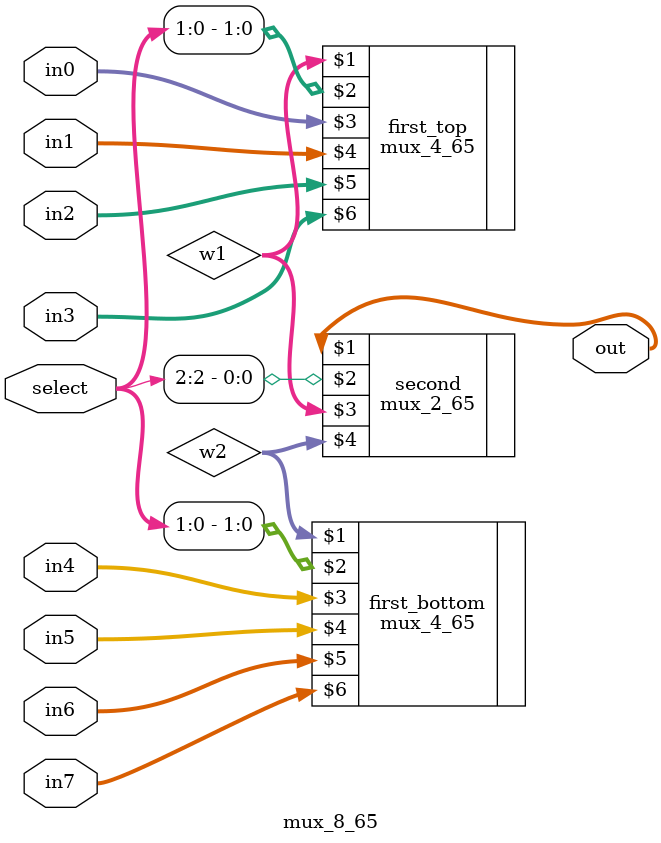
<source format=v>
module mux_8_65(out, select, in0, in1, in2, in3, in4, in5, in6, in7);
    input [2:0] select;
    input [64:0] in0, in1, in2, in3, in4, in5, in6, in7;
    output [64:0] out;
    wire [64:0] w1, w2;
    
    mux_4_65 first_top(w1, select[1:0], in0, in1, in2, in3);
    mux_4_65 first_bottom(w2, select[1:0], in4, in5, in6, in7);
    mux_2_65 second(out, select[2], w1, w2);
endmodule
</source>
